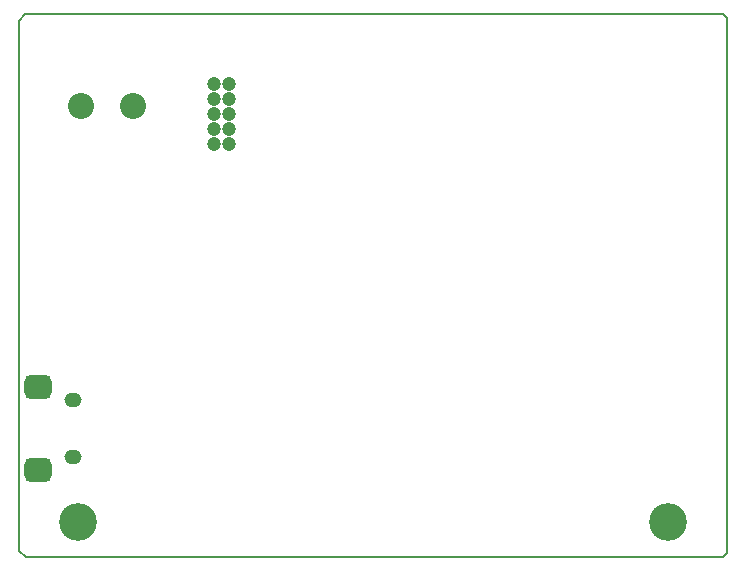
<source format=gbs>
G04*
G04 #@! TF.GenerationSoftware,Altium Limited,Altium Designer,20.2.4 (192)*
G04*
G04 Layer_Color=16711935*
%FSLAX25Y25*%
%MOIN*%
G70*
G04*
G04 #@! TF.SameCoordinates,E48B743E-56E7-44FA-BC68-CEDDD1A44BF1*
G04*
G04*
G04 #@! TF.FilePolarity,Negative*
G04*
G01*
G75*
%ADD14C,0.00600*%
%ADD70C,0.12611*%
%ADD71C,0.08674*%
%ADD72C,0.04737*%
G04:AMPARAMS|DCode=73|XSize=90.68mil|YSize=82.8mil|CornerRadius=22.7mil|HoleSize=0mil|Usage=FLASHONLY|Rotation=180.000|XOffset=0mil|YOffset=0mil|HoleType=Round|Shape=RoundedRectangle|*
%AMROUNDEDRECTD73*
21,1,0.09068,0.03740,0,0,180.0*
21,1,0.04528,0.08280,0,0,180.0*
1,1,0.04540,-0.02264,0.01870*
1,1,0.04540,0.02264,0.01870*
1,1,0.04540,0.02264,-0.01870*
1,1,0.04540,-0.02264,-0.01870*
%
%ADD73ROUNDEDRECTD73*%
G04:AMPARAMS|DCode=74|XSize=57.21mil|YSize=49.34mil|CornerRadius=24.67mil|HoleSize=0mil|Usage=FLASHONLY|Rotation=180.000|XOffset=0mil|YOffset=0mil|HoleType=Round|Shape=RoundedRectangle|*
%AMROUNDEDRECTD74*
21,1,0.05721,0.00000,0,0,180.0*
21,1,0.00787,0.04934,0,0,180.0*
1,1,0.04934,-0.00394,0.00000*
1,1,0.04934,0.00394,0.00000*
1,1,0.04934,0.00394,0.00000*
1,1,0.04934,-0.00394,0.00000*
%
%ADD74ROUNDEDRECTD74*%
D14*
X234651Y112D02*
X236221Y1683D01*
X1Y179001D02*
X2200Y181200D01*
X2288Y112D02*
X234651D01*
X1Y2399D02*
X2288Y112D01*
X2200Y181200D02*
X234862D01*
X236221Y179841D01*
X1Y2399D02*
Y179001D01*
X236221Y1683D02*
Y179841D01*
D70*
X216535Y11811D02*
D03*
X19685D02*
D03*
D71*
X38062Y150482D02*
D03*
X20739D02*
D03*
D72*
X69962Y137782D02*
D03*
X64962D02*
D03*
X69962Y142782D02*
D03*
X64962D02*
D03*
X69962Y147782D02*
D03*
X64962D02*
D03*
X69962Y152782D02*
D03*
X64962D02*
D03*
X69962Y157782D02*
D03*
X64962D02*
D03*
D73*
X6313Y56882D02*
D03*
Y29225D02*
D03*
D74*
X18124Y52601D02*
D03*
Y33506D02*
D03*
M02*

</source>
